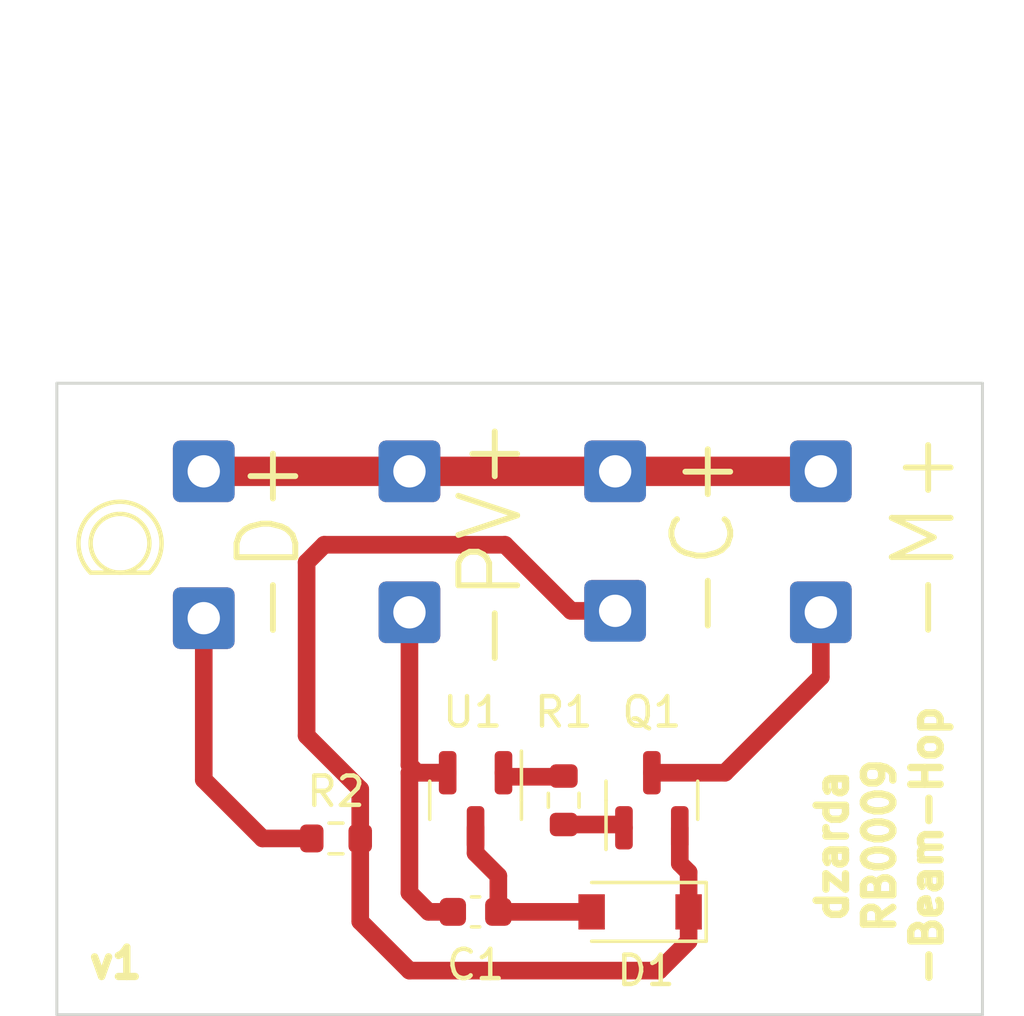
<source format=kicad_pcb>
(kicad_pcb (version 20211014) (generator pcbnew)
  (layers (0 "F.Cu" signal) (31 "B.Cu" signal) (34 "B.Paste" user) (35 "F.Paste" user) (36 "B.SilkS" user "B.Silkscreen") (37 "F.SilkS" user "F.Silkscreen") (38 "B.Mask" user) (39 "F.Mask" user) (44 "Edge.Cuts" user))
  (net 0 "")
  (net 1 "Net-(C1-Pad1)")
  (net 2 "Net-(C1-Pad2)")
  (net 3 "GND")
  (net 4 "VCC")
  (net 5 "Net-(H6-Pad1)")
  (net 6 "Net-(Q1-Pad1)")
  (net 7 "Net-(R1-Pad1)")
  (net 8 "Net-(H8-Pad1)")
  (footprint "Resistor_SMD:R_0603_1608Metric" (layer "F.Cu") (at 118.5 94.5)
    (fp_text reference "R2" (at 0 -1.6) (layer "F.SilkS"))
    (fp_text value "100")
    (fp_line (start -0.237258 0.5225) (end 0.237258 0.5225) (layer "F.SilkS") (width 0.12))
    (fp_line (start -0.237258 -0.5225) (end 0.237258 -0.5225) (layer "F.SilkS") (width 0.12))
    (pad "1" smd roundrect (at -0.825 0) (size 0.8 0.95) (layers "F.Cu" "F.Paste" "F.Mask") (net 8 "Net-(H8-Pad1)"))
    (pad "2" smd roundrect (at 0.825 0) (size 0.8 0.95) (layers "F.Cu" "F.Paste" "F.Mask") (net 3 "GND"))
  )
  (footprint "Connector_Wire:SolderWire-0.5sqmm_1x01_D0.9mm_OD2.1mm" (layer "F.Cu") (at 121 86.8)
    (fp_text reference "H4" hide)
    (fp_text value "MountingHole_Pad")
    (pad "1" thru_hole roundrect (at 0 0) (size 2.1 2.1) (drill 1.1) (layers *.Cu *.Mask) (roundrect_rratio 0.119048) (net 2 "Net-(C1-Pad2)"))
  )
  (footprint "Package_TO_SOT_SMD:SOT-23" (layer "F.Cu") (at 123.25 93.2 -90)
    (fp_text reference "U1" (at -3 0.1 180) (layer "F.SilkS"))
    (fp_text value "MCP101-270D")
    (fp_line (start 0 -1.56) (end -1.675 -1.56) (layer "F.SilkS") (width 0.12))
    (fp_line (start 0 -1.56) (end 0.65 -1.56) (layer "F.SilkS") (width 0.12))
    (fp_line (start 0 1.56) (end 0.65 1.56) (layer "F.SilkS") (width 0.12))
    (fp_line (start 0 1.56) (end -0.65 1.56) (layer "F.SilkS") (width 0.12))
    (pad "1" smd roundrect (at -0.9375 -0.95 270) (size 1.475 0.6) (layers "F.Cu" "F.Paste" "F.Mask") (net 7 "Net-(R1-Pad1)"))
    (pad "2" smd roundrect (at -0.9375 0.95 270) (size 1.475 0.6) (layers "F.Cu" "F.Paste" "F.Mask") (net 2 "Net-(C1-Pad2)"))
    (pad "3" smd roundrect (at 0.9375 0 270) (size 1.475 0.6) (layers "F.Cu" "F.Paste" "F.Mask") (net 1 "Net-(C1-Pad1)"))
  )
  (footprint "Connector_Wire:SolderWire-0.5sqmm_1x01_D0.9mm_OD2.1mm" (layer "F.Cu") (at 121 82)
    (fp_text reference "H3" hide)
    (fp_text value "MountingHole_Pad")
    (pad "1" thru_hole roundrect (at 0 0) (size 2.1 2.1) (drill 1.1) (layers *.Cu *.Mask) (roundrect_rratio 0.119048) (net 4 "VCC"))
  )
  (footprint "Connector_Wire:SolderWire-0.5sqmm_1x01_D0.9mm_OD2.1mm" (layer "F.Cu") (at 135 86.8)
    (fp_text reference "H6" hide)
    (fp_text value "MountingHole_Pad")
    (pad "1" thru_hole roundrect (at 0 0) (size 2.1 2.1) (drill 1.1) (layers *.Cu *.Mask) (roundrect_rratio 0.119048) (net 5 "Net-(H6-Pad1)"))
  )
  (footprint "Connector_Wire:SolderWire-0.5sqmm_1x01_D0.9mm_OD2.1mm" (layer "F.Cu") (at 114 82)
    (fp_text reference "H7" hide)
    (fp_text value "MountingHole_Pad")
    (pad "1" thru_hole roundrect (at 0 0) (size 2.1 2.1) (drill 1.1) (layers *.Cu *.Mask) (roundrect_rratio 0.119048) (net 4 "VCC"))
  )
  (footprint "Resistor_SMD:R_0603_1608Metric" (layer "F.Cu") (at 126.25 93.2 -90)
    (fp_text reference "R1" (at -3 0 180) (layer "F.SilkS"))
    (fp_text value "100")
    (fp_line (start -0.237258 0.5225) (end 0.237258 0.5225) (layer "F.SilkS") (width 0.12))
    (fp_line (start -0.237258 -0.5225) (end 0.237258 -0.5225) (layer "F.SilkS") (width 0.12))
    (pad "1" smd roundrect (at -0.825 0 270) (size 0.8 0.95) (layers "F.Cu" "F.Paste" "F.Mask") (net 7 "Net-(R1-Pad1)"))
    (pad "2" smd roundrect (at 0.825 0 270) (size 0.8 0.95) (layers "F.Cu" "F.Paste" "F.Mask") (net 6 "Net-(Q1-Pad1)"))
  )
  (footprint "Connector_Wire:SolderWire-0.5sqmm_1x01_D0.9mm_OD2.1mm" (layer "F.Cu") (at 128 82)
    (fp_text reference "H1" hide)
    (fp_text value "MountingHole_Pad")
    (pad "1" thru_hole roundrect (at 0 0) (size 2.1 2.1) (drill 1.1) (layers *.Cu *.Mask) (roundrect_rratio 0.119048) (net 4 "VCC"))
  )
  (footprint "Connector_Wire:SolderWire-0.5sqmm_1x01_D0.9mm_OD2.1mm" (layer "F.Cu") (at 135 82)
    (fp_text reference "H5" hide)
    (fp_text value "MountingHole_Pad")
    (pad "1" thru_hole roundrect (at 0 0) (size 2.1 2.1) (drill 1.1) (layers *.Cu *.Mask) (roundrect_rratio 0.119048) (net 4 "VCC"))
  )
  (footprint "Package_TO_SOT_SMD:SOT-23" (layer "F.Cu") (at 129.25 93.2 90)
    (fp_text reference "Q1" (at 3 0) (layer "F.SilkS"))
    (fp_text value "BC847")
    (fp_line (start 0 1.56) (end 0.65 1.56) (layer "F.SilkS") (width 0.12))
    (fp_line (start 0 1.56) (end -0.65 1.56) (layer "F.SilkS") (width 0.12))
    (fp_line (start 0 -1.56) (end 0.65 -1.56) (layer "F.SilkS") (width 0.12))
    (fp_line (start 0 -1.56) (end -1.675 -1.56) (layer "F.SilkS") (width 0.12))
    (pad "1" smd roundrect (at -0.9375 -0.95 90) (size 1.475 0.6) (layers "F.Cu" "F.Paste" "F.Mask") (net 6 "Net-(Q1-Pad1)"))
    (pad "2" smd roundrect (at -0.9375 0.95 90) (size 1.475 0.6) (layers "F.Cu" "F.Paste" "F.Mask") (net 3 "GND"))
    (pad "3" smd roundrect (at 0.9375 0 90) (size 1.475 0.6) (layers "F.Cu" "F.Paste" "F.Mask") (net 5 "Net-(H6-Pad1)"))
  )
  (footprint "Diode_SMD:D_SOD-123" (layer "F.Cu") (at 128.85 97 180)
    (fp_text reference "D1" (at -0.2 -2) (layer "F.SilkS"))
    (fp_text value "1N4148W")
    (fp_line (start -2.25 -1) (end 1.65 -1) (layer "F.SilkS") (width 0.12))
    (fp_line (start -2.25 1) (end 1.65 1) (layer "F.SilkS") (width 0.12))
    (fp_line (start -2.25 -1) (end -2.25 1) (layer "F.SilkS") (width 0.12))
    (pad "1" smd rect (at -1.65 0 180) (size 0.9 1.2) (layers "F.Cu" "F.Paste" "F.Mask") (net 3 "GND"))
    (pad "2" smd rect (at 1.65 0 180) (size 0.9 1.2) (layers "F.Cu" "F.Paste" "F.Mask") (net 1 "Net-(C1-Pad1)"))
  )
  (footprint "Connector_Wire:SolderWire-0.5sqmm_1x01_D0.9mm_OD2.1mm" (layer "F.Cu") (at 128 86.75)
    (fp_text reference "H2" hide)
    (fp_text value "MountingHole_Pad")
    (pad "1" thru_hole roundrect (at 0 0) (size 2.1 2.1) (drill 1.1) (layers *.Cu *.Mask) (roundrect_rratio 0.119048) (net 3 "GND"))
  )
  (footprint "Capacitor_SMD:C_0603_1608Metric" (layer "F.Cu") (at 123.25 97 180)
    (fp_text reference "C1" (at 0 -1.8) (layer "F.SilkS"))
    (fp_text value "470p")
    (fp_line (start -0.14058 0.51) (end 0.14058 0.51) (layer "F.SilkS") (width 0.12))
    (fp_line (start -0.14058 -0.51) (end 0.14058 -0.51) (layer "F.SilkS") (width 0.12))
    (pad "1" smd roundrect (at -0.775 0 180) (size 0.9 0.95) (layers "F.Cu" "F.Paste" "F.Mask") (net 1 "Net-(C1-Pad1)"))
    (pad "2" smd roundrect (at 0.775 0 180) (size 0.9 0.95) (layers "F.Cu" "F.Paste" "F.Mask") (net 2 "Net-(C1-Pad2)"))
  )
  (footprint "Connector_Wire:SolderWire-0.5sqmm_1x01_D0.9mm_OD2.1mm" (layer "F.Cu") (at 114 87)
    (fp_text reference "H8" hide)
    (fp_text value "MountingHole_Pad")
    (pad "1" thru_hole roundrect (at 0 0) (size 2.1 2.1) (drill 1.1) (layers *.Cu *.Mask) (roundrect_rratio 0.119048) (net 8 "Net-(H8-Pad1)"))
  )
  (gr_line (start 110.15 85.45) (end 112.15 85.45) (layer "F.SilkS") (width 0.15))
  (gr_arc (start 110.15 85.45) (mid 111.15 83.035786) (end 112.15 85.45) (layer "F.SilkS") (width 0.15))
  (gr_circle (center 111.15 84.45) (end 111.15 83.45) (layer "F.SilkS") (width 0.15) (fill none))
  (gr_line (start 140.5 79) (end 140.5 100.5) (layer "Edge.Cuts") (width 0.1))
  (gr_line (start 140.5 100.5) (end 109 100.5) (layer "Edge.Cuts") (width 0.1))
  (gr_line (start 109 100.5) (end 109 79) (layer "Edge.Cuts") (width 0.1))
  (gr_line (start 109 79) (end 140.5 79) (layer "Edge.Cuts") (width 0.1))
  (gr_text "v1" (at 111 98.75) (layer "F.SilkS") (effects (font (size 1 1) (thickness 0.25))))
  (gr_text "-M+" (at 138.5 84.25 90) (layer "F.SilkS") (effects (font (size 2 2) (thickness 0.2))))
  (gr_text "-PV+" (at 123.75 84.5 90) (layer "F.SilkS") (effects (font (size 2 2) (thickness 0.2))))
  (gr_text "-D+" (at 116.2 84.4 90) (layer "F.SilkS") (effects (font (size 2 2) (thickness 0.2))))
  (gr_text "dzarda\nRB0009\n-Beam-Hop" (at 137 94.75 90) (layer "F.SilkS") (effects (font (size 1 1) (thickness 0.25))))
  (gr_text "-C+" (at 131 84.25 90) (layer "F.SilkS") (effects (font (size 2 2) (thickness 0.2))))
  (segment (start 124.025 95.775) (end 123.25 95) (width 0.6) (layer "F.Cu") (net 1))
  (segment (start 124.025 97) (end 124.025 95.775) (width 0.6) (layer "F.Cu") (net 1))
  (segment (start 123.25 95) (end 123.25 94.1375) (width 0.6) (layer "F.Cu") (net 1))
  (segment (start 127.2 97) (end 124.025 97) (width 0.6) (layer "F.Cu") (net 1))
  (segment (start 121 86.8) (end 121 92) (width 0.6) (layer "F.Cu") (net 2))
  (segment (start 121.65 97) (end 121 96.35) (width 0.6) (layer "F.Cu") (net 2))
  (segment (start 121 92) (end 121.2625 92.2625) (width 0.6) (layer "F.Cu") (net 2))
  (segment (start 121 96.35) (end 121 92.2625) (width 0.6) (layer "F.Cu") (net 2))
  (segment (start 121 92.2625) (end 122.3 92.2625) (width 0.6) (layer "F.Cu") (net 2))
  (segment (start 122.475 97) (end 121.65 97) (width 0.6) (layer "F.Cu") (net 2))
  (segment (start 121.2625 92.2625) (end 122.3 92.2625) (width 0.6) (layer "F.Cu") (net 2))
  (segment (start 130.5 95.65) (end 130.2 95.35) (width 0.6) (layer "F.Cu") (net 3))
  (segment (start 119.325 97.325) (end 121 99) (width 0.6) (layer "F.Cu") (net 3))
  (segment (start 117.5 85.1) (end 118.1 84.5) (width 0.6) (layer "F.Cu") (net 3))
  (segment (start 124.25 84.5) (end 126.5 86.75) (width 0.6) (layer "F.Cu") (net 3))
  (segment (start 117.5 91) (end 117.5 85.1) (width 0.6) (layer "F.Cu") (net 3))
  (segment (start 119.325 94.5) (end 119.325 97.325) (width 0.6) (layer "F.Cu") (net 3))
  (segment (start 130.2 95.35) (end 130.2 94.1375) (width 0.6) (layer "F.Cu") (net 3))
  (segment (start 130.5 97) (end 130.5 95.65) (width 0.6) (layer "F.Cu") (net 3))
  (segment (start 130.5 98) (end 130.5 97) (width 0.6) (layer "F.Cu") (net 3))
  (segment (start 119.325 92.825) (end 117.5 91) (width 0.6) (layer "F.Cu") (net 3))
  (segment (start 118.1 84.5) (end 124.25 84.5) (width 0.6) (layer "F.Cu") (net 3))
  (segment (start 119.325 94.5) (end 119.325 92.825) (width 0.6) (layer "F.Cu") (net 3))
  (segment (start 121 99) (end 129.5 99) (width 0.6) (layer "F.Cu") (net 3))
  (segment (start 126.5 86.75) (end 128 86.75) (width 0.6) (layer "F.Cu") (net 3))
  (segment (start 129.5 99) (end 130.5 98) (width 0.6) (layer "F.Cu") (net 3))
  (segment (start 135 82) (end 128 82) (width 1) (layer "F.Cu") (net 4))
  (segment (start 121 82) (end 128 82) (width 1) (layer "F.Cu") (net 4))
  (segment (start 114 82) (end 121 82) (width 1) (layer "F.Cu") (net 4))
  (segment (start 135 89) (end 135 86.8) (width 0.6) (layer "F.Cu") (net 5))
  (segment (start 131.7375 92.2625) (end 135 89) (width 0.6) (layer "F.Cu") (net 5))
  (segment (start 129.25 92.2625) (end 131.7375 92.2625) (width 0.6) (layer "F.Cu") (net 5))
  (segment (start 126.25 94.025) (end 128.1875 94.025) (width 0.6) (layer "F.Cu") (net 6))
  (segment (start 128.1875 94.025) (end 128.3 94.1375) (width 0.6) (layer "F.Cu") (net 6))
  (segment (start 126.225 92.4) (end 126.25 92.375) (width 0.6) (layer "F.Cu") (net 7))
  (segment (start 124.2 92.2625) (end 124.3375 92.4) (width 0.6) (layer "F.Cu") (net 7))
  (segment (start 124.3375 92.4) (end 126.225 92.4) (width 0.6) (layer "F.Cu") (net 7))
  (segment (start 114 87) (end 114 92.5) (width 0.6) (layer "F.Cu") (net 8))
  (segment (start 116 94.5) (end 117.675 94.5) (width 0.6) (layer "F.Cu") (net 8))
  (segment (start 114 92.5) (end 116 94.5) (width 0.6) (layer "F.Cu") (net 8))
)
</source>
